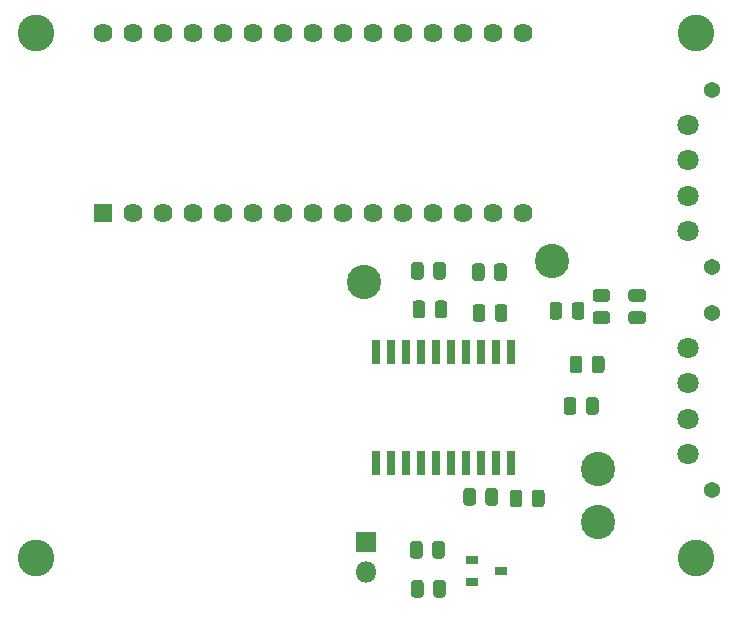
<source format=gbr>
%TF.GenerationSoftware,KiCad,Pcbnew,(5.1.6)-1*%
%TF.CreationDate,2020-08-03T14:50:49-05:00*%
%TF.ProjectId,CAN sniffer,43414e20-736e-4696-9666-65722e6b6963,rev?*%
%TF.SameCoordinates,Original*%
%TF.FileFunction,Soldermask,Top*%
%TF.FilePolarity,Negative*%
%FSLAX46Y46*%
G04 Gerber Fmt 4.6, Leading zero omitted, Abs format (unit mm)*
G04 Created by KiCad (PCBNEW (5.1.6)-1) date 2020-08-03 14:50:49*
%MOMM*%
%LPD*%
G01*
G04 APERTURE LIST*
%ADD10C,3.100000*%
%ADD11C,2.900000*%
%ADD12C,1.370000*%
%ADD13C,1.800000*%
%ADD14R,1.100000X0.800000*%
%ADD15R,0.700000X2.050000*%
%ADD16C,1.624000*%
%ADD17R,1.624000X1.624000*%
%ADD18O,1.800000X1.800000*%
%ADD19R,1.800000X1.800000*%
G04 APERTURE END LIST*
D10*
%TO.C,H4*%
X165735000Y-110490000D03*
%TD*%
%TO.C,H3*%
X109855000Y-110490000D03*
%TD*%
%TO.C,H2*%
X165735000Y-66040000D03*
%TD*%
%TO.C,H1*%
X109855000Y-66040000D03*
%TD*%
%TO.C,C7*%
G36*
G01*
X157252750Y-89604800D02*
X158215250Y-89604800D01*
G75*
G02*
X158484000Y-89873550I0J-268750D01*
G01*
X158484000Y-90411050D01*
G75*
G02*
X158215250Y-90679800I-268750J0D01*
G01*
X157252750Y-90679800D01*
G75*
G02*
X156984000Y-90411050I0J268750D01*
G01*
X156984000Y-89873550D01*
G75*
G02*
X157252750Y-89604800I268750J0D01*
G01*
G37*
G36*
G01*
X157252750Y-87729800D02*
X158215250Y-87729800D01*
G75*
G02*
X158484000Y-87998550I0J-268750D01*
G01*
X158484000Y-88536050D01*
G75*
G02*
X158215250Y-88804800I-268750J0D01*
G01*
X157252750Y-88804800D01*
G75*
G02*
X156984000Y-88536050I0J268750D01*
G01*
X156984000Y-87998550D01*
G75*
G02*
X157252750Y-87729800I268750J0D01*
G01*
G37*
%TD*%
D11*
%TO.C,TP4*%
X157480000Y-107442000D03*
%TD*%
%TO.C,TP3*%
X157480000Y-102997000D03*
%TD*%
%TO.C,TP2*%
X153568400Y-85318600D03*
%TD*%
%TO.C,TP1*%
X137604500Y-87134700D03*
%TD*%
D12*
%TO.C,J2*%
X167060000Y-89710000D03*
D13*
X165100000Y-98710000D03*
X165100000Y-95710000D03*
X165100000Y-92710000D03*
D12*
X167060000Y-104710000D03*
D13*
X165100000Y-101710000D03*
%TD*%
D14*
%TO.C,U3*%
X149205800Y-111569500D03*
X146805800Y-112519500D03*
X146805800Y-110619500D03*
%TD*%
D15*
%TO.C,U2*%
X150063200Y-102477300D03*
X148793200Y-102477300D03*
X147523200Y-102477300D03*
X146253200Y-102477300D03*
X144983200Y-102477300D03*
X143713200Y-102477300D03*
X142443200Y-102477300D03*
X141173200Y-102477300D03*
X139903200Y-102477300D03*
X138633200Y-102477300D03*
X138633200Y-93077300D03*
X139903200Y-93077300D03*
X141173200Y-93077300D03*
X142443200Y-93077300D03*
X143713200Y-93077300D03*
X144983200Y-93077300D03*
X146253200Y-93077300D03*
X147523200Y-93077300D03*
X148793200Y-93077300D03*
X150063200Y-93077300D03*
%TD*%
D16*
%TO.C,U1*%
X115570000Y-66040000D03*
X118110000Y-66040000D03*
X120650000Y-66040000D03*
X123190000Y-66040000D03*
X125730000Y-66040000D03*
X128270000Y-66040000D03*
X130810000Y-66040000D03*
X133350000Y-66040000D03*
X135890000Y-66040000D03*
X138430000Y-66040000D03*
X140970000Y-66040000D03*
X143510000Y-66040000D03*
X146050000Y-66040000D03*
X148590000Y-66040000D03*
X151130000Y-66040000D03*
X151130000Y-81280000D03*
X148590000Y-81280000D03*
X146050000Y-81280000D03*
X143510000Y-81280000D03*
X140970000Y-81280000D03*
X138430000Y-81280000D03*
X135890000Y-81280000D03*
X133350000Y-81280000D03*
X130810000Y-81280000D03*
X128270000Y-81280000D03*
X125730000Y-81280000D03*
X123190000Y-81280000D03*
X120650000Y-81280000D03*
X118110000Y-81280000D03*
D17*
X115570000Y-81280000D03*
%TD*%
%TO.C,R3*%
G36*
G01*
X143490900Y-113574750D02*
X143490900Y-112612250D01*
G75*
G02*
X143759650Y-112343500I268750J0D01*
G01*
X144297150Y-112343500D01*
G75*
G02*
X144565900Y-112612250I0J-268750D01*
G01*
X144565900Y-113574750D01*
G75*
G02*
X144297150Y-113843500I-268750J0D01*
G01*
X143759650Y-113843500D01*
G75*
G02*
X143490900Y-113574750I0J268750D01*
G01*
G37*
G36*
G01*
X141615900Y-113574750D02*
X141615900Y-112612250D01*
G75*
G02*
X141884650Y-112343500I268750J0D01*
G01*
X142422150Y-112343500D01*
G75*
G02*
X142690900Y-112612250I0J-268750D01*
G01*
X142690900Y-113574750D01*
G75*
G02*
X142422150Y-113843500I-268750J0D01*
G01*
X141884650Y-113843500D01*
G75*
G02*
X141615900Y-113574750I0J268750D01*
G01*
G37*
%TD*%
%TO.C,R2*%
G36*
G01*
X143402000Y-110272750D02*
X143402000Y-109310250D01*
G75*
G02*
X143670750Y-109041500I268750J0D01*
G01*
X144208250Y-109041500D01*
G75*
G02*
X144477000Y-109310250I0J-268750D01*
G01*
X144477000Y-110272750D01*
G75*
G02*
X144208250Y-110541500I-268750J0D01*
G01*
X143670750Y-110541500D01*
G75*
G02*
X143402000Y-110272750I0J268750D01*
G01*
G37*
G36*
G01*
X141527000Y-110272750D02*
X141527000Y-109310250D01*
G75*
G02*
X141795750Y-109041500I268750J0D01*
G01*
X142333250Y-109041500D01*
G75*
G02*
X142602000Y-109310250I0J-268750D01*
G01*
X142602000Y-110272750D01*
G75*
G02*
X142333250Y-110541500I-268750J0D01*
G01*
X141795750Y-110541500D01*
G75*
G02*
X141527000Y-110272750I0J268750D01*
G01*
G37*
%TD*%
%TO.C,R1*%
G36*
G01*
X147110500Y-104839850D02*
X147110500Y-105802350D01*
G75*
G02*
X146841750Y-106071100I-268750J0D01*
G01*
X146304250Y-106071100D01*
G75*
G02*
X146035500Y-105802350I0J268750D01*
G01*
X146035500Y-104839850D01*
G75*
G02*
X146304250Y-104571100I268750J0D01*
G01*
X146841750Y-104571100D01*
G75*
G02*
X147110500Y-104839850I0J-268750D01*
G01*
G37*
G36*
G01*
X148985500Y-104839850D02*
X148985500Y-105802350D01*
G75*
G02*
X148716750Y-106071100I-268750J0D01*
G01*
X148179250Y-106071100D01*
G75*
G02*
X147910500Y-105802350I0J268750D01*
G01*
X147910500Y-104839850D01*
G75*
G02*
X148179250Y-104571100I268750J0D01*
G01*
X148716750Y-104571100D01*
G75*
G02*
X148985500Y-104839850I0J-268750D01*
G01*
G37*
%TD*%
%TO.C,L2*%
G36*
G01*
X151047500Y-104966850D02*
X151047500Y-105929350D01*
G75*
G02*
X150778750Y-106198100I-268750J0D01*
G01*
X150241250Y-106198100D01*
G75*
G02*
X149972500Y-105929350I0J268750D01*
G01*
X149972500Y-104966850D01*
G75*
G02*
X150241250Y-104698100I268750J0D01*
G01*
X150778750Y-104698100D01*
G75*
G02*
X151047500Y-104966850I0J-268750D01*
G01*
G37*
G36*
G01*
X152922500Y-104966850D02*
X152922500Y-105929350D01*
G75*
G02*
X152653750Y-106198100I-268750J0D01*
G01*
X152116250Y-106198100D01*
G75*
G02*
X151847500Y-105929350I0J268750D01*
G01*
X151847500Y-104966850D01*
G75*
G02*
X152116250Y-104698100I268750J0D01*
G01*
X152653750Y-104698100D01*
G75*
G02*
X152922500Y-104966850I0J-268750D01*
G01*
G37*
%TD*%
%TO.C,L1*%
G36*
G01*
X156927500Y-94588250D02*
X156927500Y-93625750D01*
G75*
G02*
X157196250Y-93357000I268750J0D01*
G01*
X157733750Y-93357000D01*
G75*
G02*
X158002500Y-93625750I0J-268750D01*
G01*
X158002500Y-94588250D01*
G75*
G02*
X157733750Y-94857000I-268750J0D01*
G01*
X157196250Y-94857000D01*
G75*
G02*
X156927500Y-94588250I0J268750D01*
G01*
G37*
G36*
G01*
X155052500Y-94588250D02*
X155052500Y-93625750D01*
G75*
G02*
X155321250Y-93357000I268750J0D01*
G01*
X155858750Y-93357000D01*
G75*
G02*
X156127500Y-93625750I0J-268750D01*
G01*
X156127500Y-94588250D01*
G75*
G02*
X155858750Y-94857000I-268750J0D01*
G01*
X155321250Y-94857000D01*
G75*
G02*
X155052500Y-94588250I0J268750D01*
G01*
G37*
%TD*%
D18*
%TO.C,JP1*%
X137833100Y-111645700D03*
D19*
X137833100Y-109105700D03*
%TD*%
D12*
%TO.C,J1*%
X167060000Y-70835000D03*
D13*
X165100000Y-79835000D03*
X165100000Y-76835000D03*
X165100000Y-73835000D03*
D12*
X167060000Y-85835000D03*
D13*
X165100000Y-82835000D03*
%TD*%
%TO.C,C8*%
G36*
G01*
X155225700Y-90041650D02*
X155225700Y-89079150D01*
G75*
G02*
X155494450Y-88810400I268750J0D01*
G01*
X156031950Y-88810400D01*
G75*
G02*
X156300700Y-89079150I0J-268750D01*
G01*
X156300700Y-90041650D01*
G75*
G02*
X156031950Y-90310400I-268750J0D01*
G01*
X155494450Y-90310400D01*
G75*
G02*
X155225700Y-90041650I0J268750D01*
G01*
G37*
G36*
G01*
X153350700Y-90041650D02*
X153350700Y-89079150D01*
G75*
G02*
X153619450Y-88810400I268750J0D01*
G01*
X154156950Y-88810400D01*
G75*
G02*
X154425700Y-89079150I0J-268750D01*
G01*
X154425700Y-90041650D01*
G75*
G02*
X154156950Y-90310400I-268750J0D01*
G01*
X153619450Y-90310400D01*
G75*
G02*
X153350700Y-90041650I0J268750D01*
G01*
G37*
%TD*%
%TO.C,C6*%
G36*
G01*
X160288050Y-89604800D02*
X161250550Y-89604800D01*
G75*
G02*
X161519300Y-89873550I0J-268750D01*
G01*
X161519300Y-90411050D01*
G75*
G02*
X161250550Y-90679800I-268750J0D01*
G01*
X160288050Y-90679800D01*
G75*
G02*
X160019300Y-90411050I0J268750D01*
G01*
X160019300Y-89873550D01*
G75*
G02*
X160288050Y-89604800I268750J0D01*
G01*
G37*
G36*
G01*
X160288050Y-87729800D02*
X161250550Y-87729800D01*
G75*
G02*
X161519300Y-87998550I0J-268750D01*
G01*
X161519300Y-88536050D01*
G75*
G02*
X161250550Y-88804800I-268750J0D01*
G01*
X160288050Y-88804800D01*
G75*
G02*
X160019300Y-88536050I0J268750D01*
G01*
X160019300Y-87998550D01*
G75*
G02*
X160288050Y-87729800I268750J0D01*
G01*
G37*
%TD*%
%TO.C,C5*%
G36*
G01*
X156419500Y-98106150D02*
X156419500Y-97143650D01*
G75*
G02*
X156688250Y-96874900I268750J0D01*
G01*
X157225750Y-96874900D01*
G75*
G02*
X157494500Y-97143650I0J-268750D01*
G01*
X157494500Y-98106150D01*
G75*
G02*
X157225750Y-98374900I-268750J0D01*
G01*
X156688250Y-98374900D01*
G75*
G02*
X156419500Y-98106150I0J268750D01*
G01*
G37*
G36*
G01*
X154544500Y-98106150D02*
X154544500Y-97143650D01*
G75*
G02*
X154813250Y-96874900I268750J0D01*
G01*
X155350750Y-96874900D01*
G75*
G02*
X155619500Y-97143650I0J-268750D01*
G01*
X155619500Y-98106150D01*
G75*
G02*
X155350750Y-98374900I-268750J0D01*
G01*
X154813250Y-98374900D01*
G75*
G02*
X154544500Y-98106150I0J268750D01*
G01*
G37*
%TD*%
%TO.C,C4*%
G36*
G01*
X142690900Y-85688250D02*
X142690900Y-86650750D01*
G75*
G02*
X142422150Y-86919500I-268750J0D01*
G01*
X141884650Y-86919500D01*
G75*
G02*
X141615900Y-86650750I0J268750D01*
G01*
X141615900Y-85688250D01*
G75*
G02*
X141884650Y-85419500I268750J0D01*
G01*
X142422150Y-85419500D01*
G75*
G02*
X142690900Y-85688250I0J-268750D01*
G01*
G37*
G36*
G01*
X144565900Y-85688250D02*
X144565900Y-86650750D01*
G75*
G02*
X144297150Y-86919500I-268750J0D01*
G01*
X143759650Y-86919500D01*
G75*
G02*
X143490900Y-86650750I0J268750D01*
G01*
X143490900Y-85688250D01*
G75*
G02*
X143759650Y-85419500I268750J0D01*
G01*
X144297150Y-85419500D01*
G75*
G02*
X144565900Y-85688250I0J-268750D01*
G01*
G37*
%TD*%
%TO.C,C3*%
G36*
G01*
X142820200Y-88952150D02*
X142820200Y-89914650D01*
G75*
G02*
X142551450Y-90183400I-268750J0D01*
G01*
X142013950Y-90183400D01*
G75*
G02*
X141745200Y-89914650I0J268750D01*
G01*
X141745200Y-88952150D01*
G75*
G02*
X142013950Y-88683400I268750J0D01*
G01*
X142551450Y-88683400D01*
G75*
G02*
X142820200Y-88952150I0J-268750D01*
G01*
G37*
G36*
G01*
X144695200Y-88952150D02*
X144695200Y-89914650D01*
G75*
G02*
X144426450Y-90183400I-268750J0D01*
G01*
X143888950Y-90183400D01*
G75*
G02*
X143620200Y-89914650I0J268750D01*
G01*
X143620200Y-88952150D01*
G75*
G02*
X143888950Y-88683400I268750J0D01*
G01*
X144426450Y-88683400D01*
G75*
G02*
X144695200Y-88952150I0J-268750D01*
G01*
G37*
%TD*%
%TO.C,C2*%
G36*
G01*
X148710600Y-90219450D02*
X148710600Y-89256950D01*
G75*
G02*
X148979350Y-88988200I268750J0D01*
G01*
X149516850Y-88988200D01*
G75*
G02*
X149785600Y-89256950I0J-268750D01*
G01*
X149785600Y-90219450D01*
G75*
G02*
X149516850Y-90488200I-268750J0D01*
G01*
X148979350Y-90488200D01*
G75*
G02*
X148710600Y-90219450I0J268750D01*
G01*
G37*
G36*
G01*
X146835600Y-90219450D02*
X146835600Y-89256950D01*
G75*
G02*
X147104350Y-88988200I268750J0D01*
G01*
X147641850Y-88988200D01*
G75*
G02*
X147910600Y-89256950I0J-268750D01*
G01*
X147910600Y-90219450D01*
G75*
G02*
X147641850Y-90488200I-268750J0D01*
G01*
X147104350Y-90488200D01*
G75*
G02*
X146835600Y-90219450I0J268750D01*
G01*
G37*
%TD*%
%TO.C,C1*%
G36*
G01*
X148647100Y-86777750D02*
X148647100Y-85815250D01*
G75*
G02*
X148915850Y-85546500I268750J0D01*
G01*
X149453350Y-85546500D01*
G75*
G02*
X149722100Y-85815250I0J-268750D01*
G01*
X149722100Y-86777750D01*
G75*
G02*
X149453350Y-87046500I-268750J0D01*
G01*
X148915850Y-87046500D01*
G75*
G02*
X148647100Y-86777750I0J268750D01*
G01*
G37*
G36*
G01*
X146772100Y-86777750D02*
X146772100Y-85815250D01*
G75*
G02*
X147040850Y-85546500I268750J0D01*
G01*
X147578350Y-85546500D01*
G75*
G02*
X147847100Y-85815250I0J-268750D01*
G01*
X147847100Y-86777750D01*
G75*
G02*
X147578350Y-87046500I-268750J0D01*
G01*
X147040850Y-87046500D01*
G75*
G02*
X146772100Y-86777750I0J268750D01*
G01*
G37*
%TD*%
M02*

</source>
